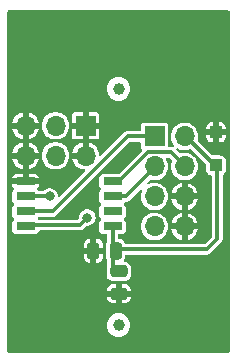
<source format=gbr>
%TF.GenerationSoftware,KiCad,Pcbnew,7.0.7-7.0.7~ubuntu23.04.1*%
%TF.CreationDate,2023-10-04T13:37:16+00:00*%
%TF.ProjectId,FRAM01,4652414d-3031-42e6-9b69-6361645f7063,rev?*%
%TF.SameCoordinates,Original*%
%TF.FileFunction,Copper,L2,Bot*%
%TF.FilePolarity,Positive*%
%FSLAX46Y46*%
G04 Gerber Fmt 4.6, Leading zero omitted, Abs format (unit mm)*
G04 Created by KiCad (PCBNEW 7.0.7-7.0.7~ubuntu23.04.1) date 2023-10-04 13:37:16*
%MOMM*%
%LPD*%
G01*
G04 APERTURE LIST*
G04 Aperture macros list*
%AMRoundRect*
0 Rectangle with rounded corners*
0 $1 Rounding radius*
0 $2 $3 $4 $5 $6 $7 $8 $9 X,Y pos of 4 corners*
0 Add a 4 corners polygon primitive as box body*
4,1,4,$2,$3,$4,$5,$6,$7,$8,$9,$2,$3,0*
0 Add four circle primitives for the rounded corners*
1,1,$1+$1,$2,$3*
1,1,$1+$1,$4,$5*
1,1,$1+$1,$6,$7*
1,1,$1+$1,$8,$9*
0 Add four rect primitives between the rounded corners*
20,1,$1+$1,$2,$3,$4,$5,0*
20,1,$1+$1,$4,$5,$6,$7,0*
20,1,$1+$1,$6,$7,$8,$9,0*
20,1,$1+$1,$8,$9,$2,$3,0*%
G04 Aperture macros list end*
%TA.AperFunction,ComponentPad*%
%ADD10R,1.700000X1.700000*%
%TD*%
%TA.AperFunction,ComponentPad*%
%ADD11O,1.700000X1.700000*%
%TD*%
%TA.AperFunction,ComponentPad*%
%ADD12C,6.000000*%
%TD*%
%TA.AperFunction,SMDPad,CuDef*%
%ADD13R,1.650000X0.650000*%
%TD*%
%TA.AperFunction,SMDPad,CuDef*%
%ADD14RoundRect,0.250000X0.300000X-0.300000X0.300000X0.300000X-0.300000X0.300000X-0.300000X-0.300000X0*%
%TD*%
%TA.AperFunction,SMDPad,CuDef*%
%ADD15RoundRect,0.250000X-0.475000X0.250000X-0.475000X-0.250000X0.475000X-0.250000X0.475000X0.250000X0*%
%TD*%
%TA.AperFunction,SMDPad,CuDef*%
%ADD16C,1.000000*%
%TD*%
%TA.AperFunction,SMDPad,CuDef*%
%ADD17RoundRect,0.250000X0.250000X0.475000X-0.250000X0.475000X-0.250000X-0.475000X0.250000X-0.475000X0*%
%TD*%
%TA.AperFunction,ViaPad*%
%ADD18C,0.800000*%
%TD*%
%TA.AperFunction,Conductor*%
%ADD19C,0.304800*%
%TD*%
%TA.AperFunction,Conductor*%
%ADD20C,0.300000*%
%TD*%
G04 APERTURE END LIST*
D10*
%TO.P,J1,1*%
%TO.N,GND*%
X2286000Y14886000D03*
D11*
%TO.P,J1,2*%
X2286000Y12346000D03*
%TO.P,J1,3*%
%TO.N,+3.3V*%
X-254000Y14886000D03*
%TO.P,J1,4*%
X-254000Y12346000D03*
%TO.P,J1,5*%
%TO.N,GND*%
X-2794000Y14886000D03*
%TO.P,J1,6*%
X-2794000Y12346000D03*
%TD*%
D12*
%TO.P,M4,1*%
%TO.N,GND*%
X10160000Y0D03*
%TD*%
%TO.P,M1,1*%
%TO.N,GND*%
X0Y20320000D03*
%TD*%
%TO.P,M3,1*%
%TO.N,GND*%
X10160000Y20320000D03*
%TD*%
D10*
%TO.P,J2,1*%
%TO.N,MISO*%
X8128000Y13970000D03*
D11*
%TO.P,J2,2*%
%TO.N,+3.3V*%
X10668000Y13970000D03*
%TO.P,J2,3*%
%TO.N,SCK*%
X8128000Y11430000D03*
%TO.P,J2,4*%
%TO.N,MOSI*%
X10668000Y11430000D03*
%TO.P,J2,5*%
%TO.N,~{CS}*%
X8128000Y8890000D03*
%TO.P,J2,6*%
%TO.N,GND*%
X10668000Y8890000D03*
%TO.P,J2,7*%
%TO.N,~{WP}*%
X8128000Y6350000D03*
%TO.P,J2,8*%
%TO.N,GND*%
X10668000Y6350000D03*
%TD*%
D12*
%TO.P,M2,1*%
%TO.N,GND*%
X0Y0D03*
%TD*%
D13*
%TO.P,IC1,1,~{CS}*%
%TO.N,~{CS}*%
X-2778000Y6350000D03*
%TO.P,IC1,2,SO*%
%TO.N,MISO*%
X-2778000Y7620000D03*
%TO.P,IC1,3,~{WP}*%
%TO.N,~{WP}*%
X-2778000Y8890000D03*
%TO.P,IC1,4,VSS*%
%TO.N,GND*%
X-2778000Y10160000D03*
%TO.P,IC1,5,SI*%
%TO.N,MOSI*%
X4572000Y10160000D03*
%TO.P,IC1,6,SCK*%
%TO.N,SCK*%
X4572000Y8890000D03*
%TO.P,IC1,7,DNU*%
%TO.N,unconnected-(IC1-DNU-Pad7)*%
X4572000Y7620000D03*
%TO.P,IC1,8,VDD*%
%TO.N,+3.3V*%
X4572000Y6350000D03*
%TD*%
D14*
%TO.P,D1,1,K*%
%TO.N,+3.3V*%
X13340000Y11520000D03*
%TO.P,D1,2,A*%
%TO.N,GND*%
X13340000Y14320000D03*
%TD*%
D15*
%TO.P,C1,1*%
%TO.N,+3.3V*%
X5100000Y2550000D03*
%TO.P,C1,2*%
%TO.N,GND*%
X5100000Y650000D03*
%TD*%
D16*
%TO.P,FID2,*%
%TO.N,*%
X5080000Y18000000D03*
%TD*%
%TO.P,FID1,*%
%TO.N,*%
X5080000Y-2000000D03*
%TD*%
D17*
%TO.P,C2,1*%
%TO.N,+3.3V*%
X4850000Y4300000D03*
%TO.P,C2,2*%
%TO.N,GND*%
X2950000Y4300000D03*
%TD*%
D18*
%TO.N,~{CS}*%
X2440000Y7101900D03*
%TO.N,~{WP}*%
X-762000Y8890000D03*
%TD*%
D19*
%TO.N,~{CS}*%
X1815100Y6477000D02*
X-3097000Y6477000D01*
X2440000Y7101900D02*
X1815100Y6477000D01*
%TO.N,MISO*%
X-2778000Y7620000D02*
X-508000Y7620000D01*
X-508000Y7620000D02*
X5842000Y13970000D01*
X5842000Y13970000D02*
X8240000Y13970000D01*
%TO.N,~{WP}*%
X-2778000Y8890000D02*
X-762000Y8890000D01*
%TO.N,MOSI*%
X5080000Y10160000D02*
X7552400Y12632400D01*
X9527600Y12632400D02*
X10730000Y11430000D01*
X4572000Y10160000D02*
X5080000Y10160000D01*
X7552400Y12632400D02*
X9527600Y12632400D01*
%TO.N,SCK*%
X5700000Y8890000D02*
X4572000Y8890000D01*
X8240000Y11430000D02*
X5700000Y8890000D01*
D20*
%TO.N,+3.3V*%
X13440000Y11310000D02*
X10780000Y13970000D01*
X4572000Y2661999D02*
X4572000Y6350000D01*
X4991669Y2242330D02*
X4572000Y2661999D01*
X4850000Y4300000D02*
X4970000Y4420000D01*
X12540000Y4420000D02*
X13440000Y5320000D01*
X4970000Y4420000D02*
X12540000Y4420000D01*
X13440000Y5320000D02*
X13440000Y11310000D01*
%TD*%
%TA.AperFunction,Conductor*%
%TO.N,GND*%
G36*
X10121758Y12955035D02*
G01*
X10152981Y12935702D01*
X10351802Y12858679D01*
X10561390Y12819500D01*
X10774610Y12819500D01*
X10984198Y12858679D01*
X11118668Y12910774D01*
X11179758Y12914163D01*
X11224434Y12888462D01*
X12460504Y11652393D01*
X12488281Y11597876D01*
X12489500Y11582389D01*
X12489500Y11176894D01*
X12500123Y11088435D01*
X12555637Y10947661D01*
X12555638Y10947659D01*
X12555639Y10947658D01*
X12647078Y10827078D01*
X12767658Y10735639D01*
X12767659Y10735639D01*
X12767660Y10735638D01*
X12908430Y10680125D01*
X12908432Y10680125D01*
X12908436Y10680123D01*
X12908439Y10680123D01*
X12914590Y10678568D01*
X12913813Y10675497D01*
X12957700Y10655265D01*
X12987597Y10601881D01*
X12989500Y10582566D01*
X12989500Y5547612D01*
X12970593Y5489421D01*
X12960504Y5477608D01*
X12382393Y4899496D01*
X12327876Y4871719D01*
X12312389Y4870500D01*
X5721478Y4870500D01*
X5663287Y4889407D01*
X5629381Y4933181D01*
X5584362Y5047340D01*
X5584361Y5047341D01*
X5584361Y5047342D01*
X5492922Y5167922D01*
X5372342Y5259361D01*
X5372341Y5259362D01*
X5372339Y5259363D01*
X5231565Y5314877D01*
X5143106Y5325500D01*
X5143102Y5325500D01*
X5121500Y5325500D01*
X5063309Y5344407D01*
X5027345Y5393907D01*
X5022500Y5424500D01*
X5022500Y5625501D01*
X5041407Y5683692D01*
X5090907Y5719656D01*
X5121500Y5724501D01*
X5441861Y5724501D01*
X5441864Y5724501D01*
X5466991Y5727415D01*
X5569765Y5772794D01*
X5649206Y5852235D01*
X5694585Y5955009D01*
X5697500Y5980135D01*
X5697499Y6350000D01*
X6972571Y6350000D01*
X6992244Y6137689D01*
X7000555Y6108481D01*
X7050595Y5932611D01*
X7145634Y5741745D01*
X7274128Y5571593D01*
X7274135Y5571587D01*
X7431692Y5427953D01*
X7431699Y5427947D01*
X7523656Y5371010D01*
X7612981Y5315702D01*
X7811802Y5238679D01*
X8021390Y5199500D01*
X8234610Y5199500D01*
X8444198Y5238679D01*
X8643019Y5315702D01*
X8824302Y5427948D01*
X8981872Y5571593D01*
X9110366Y5741745D01*
X9205405Y5932611D01*
X9251894Y6096000D01*
X9544627Y6096000D01*
X9591064Y5932790D01*
X9686057Y5742017D01*
X9686062Y5742008D01*
X9814496Y5571936D01*
X9814506Y5571925D01*
X9971995Y5428353D01*
X9971994Y5428353D01*
X10153206Y5316153D01*
X10351941Y5239162D01*
X10413999Y5227561D01*
X10414000Y5227561D01*
X10414000Y5767126D01*
X10432907Y5825317D01*
X10482407Y5861281D01*
X10527090Y5865118D01*
X10632233Y5850000D01*
X10632237Y5850000D01*
X10703767Y5850000D01*
X10808910Y5865118D01*
X10869199Y5854685D01*
X10911842Y5810808D01*
X10922000Y5767126D01*
X10922000Y5227561D01*
X10984058Y5239162D01*
X11182793Y5316153D01*
X11364004Y5428353D01*
X11521493Y5571925D01*
X11521503Y5571936D01*
X11649937Y5742008D01*
X11649942Y5742017D01*
X11744935Y5932790D01*
X11791373Y6096000D01*
X11246776Y6096000D01*
X11188585Y6114907D01*
X11152621Y6164407D01*
X11151786Y6222892D01*
X11168000Y6278111D01*
X11168000Y6421889D01*
X11151786Y6477110D01*
X11153533Y6538268D01*
X11190896Y6586721D01*
X11246776Y6604000D01*
X11791373Y6604000D01*
X11744935Y6767211D01*
X11649942Y6957984D01*
X11649937Y6957993D01*
X11521503Y7128065D01*
X11521493Y7128076D01*
X11364004Y7271648D01*
X11364005Y7271648D01*
X11182793Y7383848D01*
X10984061Y7460838D01*
X10984055Y7460840D01*
X10922000Y7472440D01*
X10922000Y6932875D01*
X10903093Y6874684D01*
X10853593Y6838720D01*
X10808911Y6834883D01*
X10703768Y6850000D01*
X10703763Y6850000D01*
X10632237Y6850000D01*
X10632232Y6850000D01*
X10527089Y6834883D01*
X10466800Y6845316D01*
X10424157Y6889194D01*
X10414000Y6932875D01*
X10414000Y7472440D01*
X10351944Y7460840D01*
X10351938Y7460838D01*
X10153206Y7383848D01*
X9971995Y7271648D01*
X9814506Y7128076D01*
X9814496Y7128065D01*
X9686062Y6957993D01*
X9686057Y6957984D01*
X9591064Y6767211D01*
X9544627Y6604000D01*
X10089224Y6604000D01*
X10147415Y6585093D01*
X10183379Y6535593D01*
X10184214Y6477108D01*
X10168000Y6421891D01*
X10168000Y6278110D01*
X10184214Y6222892D01*
X10182467Y6161732D01*
X10145104Y6113279D01*
X10089224Y6096000D01*
X9544627Y6096000D01*
X9251894Y6096000D01*
X9263756Y6137690D01*
X9283429Y6350000D01*
X9263756Y6562310D01*
X9205405Y6767389D01*
X9110366Y6958255D01*
X8981872Y7128407D01*
X8927623Y7177861D01*
X8824307Y7272048D01*
X8824300Y7272054D01*
X8643024Y7384295D01*
X8643019Y7384298D01*
X8525486Y7429830D01*
X8444198Y7461321D01*
X8444197Y7461322D01*
X8444195Y7461322D01*
X8234610Y7500500D01*
X8021390Y7500500D01*
X7811804Y7461322D01*
X7612980Y7384298D01*
X7612975Y7384295D01*
X7431699Y7272054D01*
X7431692Y7272048D01*
X7274135Y7128414D01*
X7274131Y7128411D01*
X7274128Y7128407D01*
X7274124Y7128403D01*
X7274125Y7128403D01*
X7145635Y6958257D01*
X7145630Y6958248D01*
X7050596Y6767392D01*
X6992244Y6562312D01*
X6972571Y6350000D01*
X5697499Y6350000D01*
X5697499Y6719864D01*
X5694585Y6744991D01*
X5649206Y6847765D01*
X5581972Y6914999D01*
X5554197Y6969513D01*
X5563768Y7029945D01*
X5581971Y7055001D01*
X5649206Y7122235D01*
X5694585Y7225009D01*
X5697500Y7250135D01*
X5697499Y7989864D01*
X5694585Y8014991D01*
X5649206Y8117765D01*
X5581972Y8184999D01*
X5554197Y8239513D01*
X5563768Y8299945D01*
X5581971Y8325001D01*
X5649206Y8392235D01*
X5649206Y8392237D01*
X5655692Y8398722D01*
X5657191Y8397223D01*
X5696003Y8427102D01*
X5710795Y8431108D01*
X5717122Y8432306D01*
X5717125Y8432305D01*
X5775862Y8443419D01*
X5835003Y8452332D01*
X5835007Y8452335D01*
X5842099Y8454521D01*
X5842228Y8454102D01*
X5844413Y8454821D01*
X5844268Y8455235D01*
X5851266Y8457685D01*
X5851273Y8457686D01*
X5877701Y8471655D01*
X5904130Y8485622D01*
X5958004Y8511566D01*
X5958004Y8511567D01*
X5958010Y8511569D01*
X5958014Y8511574D01*
X5964138Y8515748D01*
X5964385Y8515385D01*
X5966266Y8516720D01*
X5966006Y8517073D01*
X5971976Y8521479D01*
X5971976Y8521480D01*
X5971979Y8521481D01*
X5993119Y8542623D01*
X6014262Y8563764D01*
X6030006Y8578374D01*
X6058091Y8604432D01*
X6058096Y8604442D01*
X6062718Y8610235D01*
X6063059Y8609963D01*
X6071620Y8621124D01*
X6911759Y9461263D01*
X6966274Y9489038D01*
X7026706Y9479467D01*
X7069971Y9436202D01*
X7079542Y9375770D01*
X7070383Y9347131D01*
X7050596Y9307392D01*
X6992244Y9102312D01*
X6972571Y8890000D01*
X6992244Y8677689D01*
X7010960Y8611912D01*
X7050595Y8472611D01*
X7145634Y8281745D01*
X7274128Y8111593D01*
X7274135Y8111587D01*
X7431692Y7967953D01*
X7431699Y7967947D01*
X7535389Y7903745D01*
X7612981Y7855702D01*
X7811802Y7778679D01*
X8021390Y7739500D01*
X8234610Y7739500D01*
X8444198Y7778679D01*
X8643019Y7855702D01*
X8824302Y7967948D01*
X8981872Y8111593D01*
X9110366Y8281745D01*
X9205405Y8472611D01*
X9251894Y8636000D01*
X9544627Y8636000D01*
X9591064Y8472790D01*
X9686057Y8282017D01*
X9686062Y8282008D01*
X9814496Y8111936D01*
X9814506Y8111925D01*
X9971995Y7968353D01*
X9971994Y7968353D01*
X10153206Y7856153D01*
X10351941Y7779162D01*
X10413999Y7767561D01*
X10414000Y7767561D01*
X10414000Y8307126D01*
X10432907Y8365317D01*
X10482407Y8401281D01*
X10527090Y8405118D01*
X10632233Y8390000D01*
X10632237Y8390000D01*
X10703767Y8390000D01*
X10808910Y8405118D01*
X10869199Y8394685D01*
X10911842Y8350808D01*
X10922000Y8307126D01*
X10922000Y7767561D01*
X10984058Y7779162D01*
X11182793Y7856153D01*
X11364004Y7968353D01*
X11521493Y8111925D01*
X11521503Y8111936D01*
X11649937Y8282008D01*
X11649942Y8282017D01*
X11744935Y8472790D01*
X11791373Y8636000D01*
X11246776Y8636000D01*
X11188585Y8654907D01*
X11152621Y8704407D01*
X11151786Y8762892D01*
X11168000Y8818111D01*
X11168000Y8961889D01*
X11151786Y9017110D01*
X11153533Y9078268D01*
X11190896Y9126721D01*
X11246776Y9144000D01*
X11791373Y9144000D01*
X11744935Y9307211D01*
X11649942Y9497984D01*
X11649937Y9497993D01*
X11521503Y9668065D01*
X11521493Y9668076D01*
X11364004Y9811648D01*
X11364005Y9811648D01*
X11182793Y9923848D01*
X10984061Y10000838D01*
X10984055Y10000840D01*
X10922000Y10012440D01*
X10922000Y9472875D01*
X10903093Y9414684D01*
X10853593Y9378720D01*
X10808911Y9374883D01*
X10703768Y9390000D01*
X10703763Y9390000D01*
X10632237Y9390000D01*
X10632232Y9390000D01*
X10527089Y9374883D01*
X10466800Y9385316D01*
X10424157Y9429194D01*
X10414000Y9472875D01*
X10414000Y10012440D01*
X10351944Y10000840D01*
X10351938Y10000838D01*
X10153206Y9923848D01*
X9971995Y9811648D01*
X9814506Y9668076D01*
X9814496Y9668065D01*
X9686062Y9497993D01*
X9686057Y9497984D01*
X9591064Y9307211D01*
X9544627Y9144000D01*
X10089224Y9144000D01*
X10147415Y9125093D01*
X10183379Y9075593D01*
X10184214Y9017108D01*
X10168000Y8961891D01*
X10168000Y8818110D01*
X10184214Y8762892D01*
X10182467Y8701732D01*
X10145104Y8653279D01*
X10089224Y8636000D01*
X9544627Y8636000D01*
X9251894Y8636000D01*
X9263756Y8677690D01*
X9283429Y8890000D01*
X9263756Y9102310D01*
X9205405Y9307389D01*
X9110366Y9498255D01*
X8981872Y9668407D01*
X8925523Y9719776D01*
X8824307Y9812048D01*
X8824300Y9812054D01*
X8643024Y9924295D01*
X8643019Y9924298D01*
X8517350Y9972982D01*
X8444198Y10001321D01*
X8444197Y10001322D01*
X8444195Y10001322D01*
X8234610Y10040500D01*
X8021390Y10040500D01*
X7811802Y10001322D01*
X7661787Y9943206D01*
X7600696Y9939816D01*
X7549279Y9972982D01*
X7527177Y10030036D01*
X7542831Y10089185D01*
X7556016Y10105520D01*
X7738992Y10288496D01*
X7793507Y10316271D01*
X7827181Y10315805D01*
X8021390Y10279500D01*
X8021391Y10279500D01*
X8234610Y10279500D01*
X8444198Y10318679D01*
X8643019Y10395702D01*
X8824302Y10507948D01*
X8981872Y10651593D01*
X9110366Y10821745D01*
X9205405Y11012611D01*
X9263756Y11217690D01*
X9283429Y11430000D01*
X9263756Y11642310D01*
X9205405Y11847389D01*
X9111304Y12036372D01*
X9102291Y12096890D01*
X9130572Y12151148D01*
X9185343Y12178420D01*
X9199925Y12179500D01*
X9298994Y12179500D01*
X9357185Y12160593D01*
X9368998Y12150504D01*
X9567743Y11951759D01*
X9595520Y11897242D01*
X9590708Y11852116D01*
X9591848Y11851791D01*
X9532244Y11642312D01*
X9512571Y11430000D01*
X9532244Y11217689D01*
X9543852Y11176894D01*
X9575288Y11066407D01*
X9590596Y11012609D01*
X9682979Y10827076D01*
X9685634Y10821745D01*
X9814128Y10651593D01*
X9814135Y10651587D01*
X9971692Y10507953D01*
X9971699Y10507947D01*
X10075389Y10443745D01*
X10152981Y10395702D01*
X10351802Y10318679D01*
X10561390Y10279500D01*
X10774610Y10279500D01*
X10984198Y10318679D01*
X11183019Y10395702D01*
X11364302Y10507948D01*
X11521872Y10651593D01*
X11650366Y10821745D01*
X11745405Y11012611D01*
X11803756Y11217690D01*
X11823429Y11430000D01*
X11803756Y11642310D01*
X11745405Y11847389D01*
X11650366Y12038255D01*
X11521872Y12208407D01*
X11449798Y12274112D01*
X11364307Y12352048D01*
X11364300Y12352054D01*
X11183024Y12464295D01*
X11183019Y12464298D01*
X11160278Y12473108D01*
X10984198Y12541321D01*
X10984197Y12541322D01*
X10984195Y12541322D01*
X10774610Y12580500D01*
X10561390Y12580500D01*
X10351810Y12541323D01*
X10351805Y12541322D01*
X10351802Y12541321D01*
X10351798Y12541320D01*
X10351793Y12541318D01*
X10345181Y12538757D01*
X10284089Y12535374D01*
X10239425Y12561072D01*
X9999638Y12800859D01*
X9971861Y12855376D01*
X9981432Y12915808D01*
X10024697Y12959073D01*
X10085129Y12968644D01*
X10121758Y12955035D01*
G37*
%TD.AperFunction*%
%TA.AperFunction,Conductor*%
G36*
X14444691Y24626593D02*
G01*
X14480655Y24577093D01*
X14485500Y24546500D01*
X14485500Y-4226500D01*
X14466593Y-4284691D01*
X14417093Y-4320655D01*
X14386500Y-4325500D01*
X-4226500Y-4325500D01*
X-4284691Y-4306593D01*
X-4320655Y-4257093D01*
X-4325500Y-4226500D01*
X-4325500Y-2000003D01*
X4074659Y-2000003D01*
X4093974Y-2196126D01*
X4093975Y-2196129D01*
X4151187Y-2384730D01*
X4151188Y-2384732D01*
X4222218Y-2517618D01*
X4244090Y-2558538D01*
X4244092Y-2558540D01*
X4244093Y-2558542D01*
X4369112Y-2710878D01*
X4369121Y-2710887D01*
X4521457Y-2835906D01*
X4521462Y-2835910D01*
X4695273Y-2928814D01*
X4883868Y-2986024D01*
X4883870Y-2986024D01*
X4883873Y-2986025D01*
X5079997Y-3005341D01*
X5080000Y-3005341D01*
X5080003Y-3005341D01*
X5276126Y-2986025D01*
X5276127Y-2986024D01*
X5276132Y-2986024D01*
X5464727Y-2928814D01*
X5638538Y-2835910D01*
X5790883Y-2710883D01*
X5915910Y-2558538D01*
X6008814Y-2384727D01*
X6066024Y-2196132D01*
X6085341Y-2000000D01*
X6085341Y-1999996D01*
X6066025Y-1803873D01*
X6066024Y-1803870D01*
X6066024Y-1803868D01*
X6008814Y-1615273D01*
X5915910Y-1441462D01*
X5915906Y-1441457D01*
X5790887Y-1289121D01*
X5790878Y-1289112D01*
X5638542Y-1164093D01*
X5638540Y-1164092D01*
X5638538Y-1164090D01*
X5597618Y-1142218D01*
X5464732Y-1071188D01*
X5464730Y-1071187D01*
X5276129Y-1013975D01*
X5276126Y-1013974D01*
X5080003Y-994659D01*
X5079997Y-994659D01*
X4883873Y-1013974D01*
X4883870Y-1013975D01*
X4695269Y-1071187D01*
X4695267Y-1071188D01*
X4521467Y-1164087D01*
X4521457Y-1164093D01*
X4369121Y-1289112D01*
X4369112Y-1289121D01*
X4244093Y-1441457D01*
X4244087Y-1441467D01*
X4151188Y-1615267D01*
X4151187Y-1615269D01*
X4093975Y-1803870D01*
X4093974Y-1803873D01*
X4074659Y-1999996D01*
X4074659Y-2000003D01*
X-4325500Y-2000003D01*
X-4325500Y356936D01*
X4075000Y356936D01*
X4085613Y268557D01*
X4141080Y127905D01*
X4232435Y7436D01*
X4352904Y-83919D01*
X4493556Y-139386D01*
X4581935Y-149999D01*
X4581942Y-150000D01*
X4845999Y-150000D01*
X4846000Y-149999D01*
X5354000Y-149999D01*
X5354001Y-150000D01*
X5618058Y-150000D01*
X5618064Y-149999D01*
X5706443Y-139386D01*
X5847095Y-83919D01*
X5967564Y7436D01*
X6058919Y127905D01*
X6114386Y268557D01*
X6124999Y356936D01*
X6125000Y356942D01*
X6125000Y395999D01*
X6124999Y396000D01*
X5354001Y396000D01*
X5354000Y395999D01*
X5354000Y-149999D01*
X4846000Y-149999D01*
X4846000Y395999D01*
X4845999Y396000D01*
X4075001Y396000D01*
X4075000Y395999D01*
X4075000Y356936D01*
X-4325500Y356936D01*
X-4325500Y904001D01*
X4075000Y904001D01*
X4075001Y904000D01*
X4845999Y904000D01*
X4846000Y904001D01*
X4846000Y1450000D01*
X5354000Y1450000D01*
X5354000Y904001D01*
X5354001Y904000D01*
X6124999Y904000D01*
X6125000Y904001D01*
X6125000Y943059D01*
X6124999Y943065D01*
X6114386Y1031444D01*
X6058919Y1172096D01*
X5967564Y1292565D01*
X5847095Y1383920D01*
X5706443Y1439387D01*
X5618064Y1450000D01*
X5354000Y1450000D01*
X4846000Y1450000D01*
X4581935Y1450000D01*
X4493556Y1439387D01*
X4352904Y1383920D01*
X4232435Y1292565D01*
X4141080Y1172096D01*
X4085613Y1031444D01*
X4075000Y943065D01*
X4075000Y904001D01*
X-4325500Y904001D01*
X-4325500Y3781936D01*
X2150000Y3781936D01*
X2160613Y3693557D01*
X2216080Y3552905D01*
X2307435Y3432436D01*
X2427904Y3341081D01*
X2568556Y3285614D01*
X2656935Y3275001D01*
X2656942Y3275000D01*
X2695999Y3275000D01*
X2696000Y3275001D01*
X3204000Y3275001D01*
X3204001Y3275000D01*
X3243058Y3275000D01*
X3243064Y3275001D01*
X3331443Y3285614D01*
X3472095Y3341081D01*
X3592564Y3432436D01*
X3683919Y3552905D01*
X3739386Y3693557D01*
X3749999Y3781936D01*
X3750000Y3781942D01*
X3750000Y4046000D01*
X3204001Y4046000D01*
X3204000Y4045999D01*
X3204000Y3275001D01*
X2696000Y3275001D01*
X2696000Y3275002D01*
X2696000Y4045999D01*
X2695999Y4046000D01*
X2150001Y4046000D01*
X2150000Y4045999D01*
X2150000Y3781936D01*
X-4325500Y3781936D01*
X-4325500Y4554002D01*
X2150000Y4554002D01*
X2150001Y4554000D01*
X2695999Y4554000D01*
X2696000Y4554001D01*
X3204000Y4554001D01*
X3204001Y4554000D01*
X3749999Y4554000D01*
X3750000Y4554001D01*
X3750000Y4818059D01*
X3749999Y4818065D01*
X3739386Y4906444D01*
X3683919Y5047096D01*
X3592564Y5167565D01*
X3472095Y5258920D01*
X3331443Y5314387D01*
X3243064Y5325000D01*
X3204001Y5325000D01*
X3204000Y5324999D01*
X3204000Y4554001D01*
X2696000Y4554001D01*
X2696000Y5324999D01*
X2695999Y5325000D01*
X2656935Y5325000D01*
X2568556Y5314387D01*
X2427904Y5258920D01*
X2307435Y5167565D01*
X2216080Y5047096D01*
X2160613Y4906444D01*
X2150000Y4818065D01*
X2150000Y4554002D01*
X-4325500Y4554002D01*
X-4325500Y5980140D01*
X-3903500Y5980140D01*
X-3903499Y5980137D01*
X-3900586Y5955010D01*
X-3887356Y5925048D01*
X-3855206Y5852235D01*
X-3775765Y5772794D01*
X-3672991Y5727415D01*
X-3647865Y5724500D01*
X-1908136Y5724501D01*
X-1883009Y5727415D01*
X-1780235Y5772794D01*
X-1700794Y5852235D01*
X-1655415Y5955009D01*
X-1655415Y5955012D01*
X-1652408Y5961821D01*
X-1650118Y5960810D01*
X-1622958Y6002279D01*
X-1565751Y6023984D01*
X-1560954Y6024100D01*
X1786882Y6024100D01*
X1792428Y6023789D01*
X1832225Y6019305D01*
X1890962Y6030419D01*
X1950103Y6039332D01*
X1950107Y6039335D01*
X1957199Y6041521D01*
X1957328Y6041102D01*
X1959513Y6041821D01*
X1959368Y6042235D01*
X1966366Y6044685D01*
X1966373Y6044686D01*
X1992801Y6058655D01*
X2019230Y6072622D01*
X2073104Y6098566D01*
X2073104Y6098567D01*
X2073110Y6098569D01*
X2073114Y6098574D01*
X2079238Y6102748D01*
X2079485Y6102385D01*
X2081366Y6103720D01*
X2081106Y6104073D01*
X2087076Y6108479D01*
X2087076Y6108480D01*
X2087079Y6108481D01*
X2108219Y6129623D01*
X2129362Y6150764D01*
X2173189Y6191430D01*
X2177815Y6197231D01*
X2178156Y6196959D01*
X2186723Y6208127D01*
X2351001Y6372404D01*
X2405519Y6400181D01*
X2421005Y6401400D01*
X2525053Y6401400D01*
X2525056Y6401400D01*
X2690225Y6442110D01*
X2840852Y6521166D01*
X2968183Y6633971D01*
X3064818Y6773970D01*
X3125140Y6933028D01*
X3145645Y7101900D01*
X3143175Y7122238D01*
X3136961Y7173419D01*
X3125140Y7270772D01*
X3064818Y7429830D01*
X2968183Y7569829D01*
X2840852Y7682634D01*
X2690225Y7761690D01*
X2690224Y7761691D01*
X2690223Y7761691D01*
X2525058Y7802400D01*
X2525056Y7802400D01*
X2354944Y7802400D01*
X2354941Y7802400D01*
X2189776Y7761691D01*
X2039146Y7682633D01*
X1911818Y7569831D01*
X1911816Y7569828D01*
X1836919Y7461321D01*
X1815182Y7429830D01*
X1755193Y7271648D01*
X1754860Y7270771D01*
X1734355Y7101903D01*
X1735599Y7091656D01*
X1723841Y7031611D01*
X1707324Y7009723D01*
X1656499Y6958897D01*
X1601983Y6931119D01*
X1586495Y6929900D01*
X-1654122Y6929900D01*
X-1712313Y6948807D01*
X-1748277Y6998307D01*
X-1748277Y7059493D01*
X-1724128Y7098902D01*
X-1700794Y7122235D01*
X-1700793Y7122240D01*
X-1699551Y7124050D01*
X-1697072Y7125959D01*
X-1694308Y7128722D01*
X-1693949Y7128363D01*
X-1651066Y7161371D01*
X-1617877Y7167100D01*
X-536218Y7167100D01*
X-530672Y7166789D01*
X-490875Y7162305D01*
X-432138Y7173419D01*
X-372997Y7182332D01*
X-372993Y7182335D01*
X-365901Y7184521D01*
X-365772Y7184102D01*
X-363587Y7184821D01*
X-363732Y7185235D01*
X-356734Y7187685D01*
X-356727Y7187686D01*
X-330299Y7201655D01*
X-303870Y7215622D01*
X-249996Y7241566D01*
X-249996Y7241567D01*
X-249990Y7241569D01*
X-249986Y7241574D01*
X-243862Y7245748D01*
X-243615Y7245385D01*
X-241734Y7246720D01*
X-241994Y7247073D01*
X-236024Y7251479D01*
X-236024Y7251480D01*
X-236021Y7251481D01*
X-214881Y7272623D01*
X-193738Y7293764D01*
X-177994Y7308374D01*
X-149909Y7334432D01*
X-149904Y7334442D01*
X-145282Y7340235D01*
X-144941Y7339963D01*
X-136380Y7351124D01*
X6000601Y13488105D01*
X6055118Y13515881D01*
X6070605Y13517100D01*
X6878501Y13517100D01*
X6936692Y13498193D01*
X6972656Y13448693D01*
X6977501Y13418100D01*
X6977501Y13075137D01*
X6980414Y13050010D01*
X7001689Y13001827D01*
X7025794Y12947235D01*
X7044154Y12928875D01*
X7056262Y12916767D01*
X7084038Y12862250D01*
X7074466Y12801818D01*
X7056261Y12776760D01*
X5093997Y10814496D01*
X5039480Y10786719D01*
X5023993Y10785500D01*
X3702139Y10785500D01*
X3702136Y10785499D01*
X3677009Y10782586D01*
X3574235Y10737206D01*
X3494794Y10657765D01*
X3449414Y10554989D01*
X3446500Y10529870D01*
X3446500Y9790140D01*
X3446501Y9790137D01*
X3449414Y9765010D01*
X3469387Y9719776D01*
X3494794Y9662235D01*
X3562027Y9595002D01*
X3589803Y9540487D01*
X3580232Y9480055D01*
X3562028Y9455000D01*
X3521713Y9414684D01*
X3494794Y9387765D01*
X3449414Y9284989D01*
X3446500Y9259870D01*
X3446500Y8520140D01*
X3446501Y8520137D01*
X3449414Y8495010D01*
X3466603Y8456081D01*
X3494794Y8392235D01*
X3562027Y8325002D01*
X3589803Y8270487D01*
X3580232Y8210055D01*
X3562028Y8185000D01*
X3494794Y8117766D01*
X3494794Y8117765D01*
X3449414Y8014989D01*
X3446500Y7989870D01*
X3446500Y7250140D01*
X3446501Y7250137D01*
X3449414Y7225010D01*
X3477101Y7162306D01*
X3494794Y7122235D01*
X3562026Y7055003D01*
X3589803Y7000489D01*
X3580232Y6940057D01*
X3562026Y6914998D01*
X3494795Y6847767D01*
X3494794Y6847766D01*
X3494794Y6847765D01*
X3472104Y6796378D01*
X3449414Y6744989D01*
X3446500Y6719870D01*
X3446500Y5980140D01*
X3446501Y5980137D01*
X3449414Y5955010D01*
X3462644Y5925048D01*
X3494794Y5852235D01*
X3574235Y5772794D01*
X3677009Y5727415D01*
X3702135Y5724500D01*
X4022500Y5724501D01*
X4080690Y5705594D01*
X4116655Y5656094D01*
X4121500Y5625501D01*
X4121500Y5081019D01*
X4114597Y5044700D01*
X4060123Y4906566D01*
X4049500Y4818107D01*
X4049500Y4818103D01*
X4049500Y4818102D01*
X4049500Y3781898D01*
X4060123Y3693436D01*
X4114598Y3555299D01*
X4121500Y3518980D01*
X4121500Y3042626D01*
X4114598Y3006308D01*
X4085123Y2931564D01*
X4074500Y2843107D01*
X4074500Y2256894D01*
X4085123Y2168435D01*
X4140637Y2027661D01*
X4140638Y2027659D01*
X4140639Y2027658D01*
X4232078Y1907078D01*
X4352658Y1815639D01*
X4352659Y1815639D01*
X4352660Y1815638D01*
X4423046Y1787881D01*
X4493436Y1760123D01*
X4581898Y1749500D01*
X4581900Y1749500D01*
X5618100Y1749500D01*
X5618102Y1749500D01*
X5706564Y1760123D01*
X5847342Y1815639D01*
X5967922Y1907078D01*
X6059361Y2027658D01*
X6114877Y2168436D01*
X6125500Y2256898D01*
X6125500Y2843102D01*
X6114877Y2931564D01*
X6059361Y3072342D01*
X5967922Y3192922D01*
X5847342Y3284361D01*
X5847341Y3284362D01*
X5847339Y3284363D01*
X5706565Y3339877D01*
X5618045Y3350507D01*
X5562524Y3376218D01*
X5532718Y3429653D01*
X5540014Y3490402D01*
X5550963Y3508618D01*
X5584361Y3552658D01*
X5639877Y3693436D01*
X5650500Y3781898D01*
X5650500Y3870501D01*
X5669407Y3928691D01*
X5718907Y3964655D01*
X5749500Y3969500D01*
X12511913Y3969500D01*
X12517459Y3969189D01*
X12557035Y3964730D01*
X12615479Y3975789D01*
X12674287Y3984652D01*
X12674294Y3984656D01*
X12681381Y3986841D01*
X12681512Y3986416D01*
X12683613Y3987108D01*
X12683467Y3987527D01*
X12690464Y3989976D01*
X12690472Y3989977D01*
X12704322Y3997298D01*
X12743072Y4017777D01*
X12769856Y4030677D01*
X12796642Y4043575D01*
X12796646Y4043579D01*
X12802778Y4047758D01*
X12803028Y4047391D01*
X12804832Y4048671D01*
X12804568Y4049029D01*
X12810529Y4053430D01*
X12810538Y4053434D01*
X12852599Y4095496D01*
X12896194Y4135945D01*
X12896198Y4135953D01*
X12900820Y4141747D01*
X12901166Y4141471D01*
X12909703Y4152601D01*
X13738699Y4981598D01*
X13742830Y4985290D01*
X13773970Y5010121D01*
X13807480Y5059272D01*
X13842793Y5107118D01*
X13842796Y5107127D01*
X13846263Y5113684D01*
X13846655Y5113477D01*
X13847653Y5115453D01*
X13847254Y5115645D01*
X13850473Y5122329D01*
X13868006Y5179172D01*
X13875119Y5199500D01*
X13887646Y5235300D01*
X13887646Y5235307D01*
X13889026Y5242593D01*
X13889460Y5242511D01*
X13889831Y5244693D01*
X13889394Y5244758D01*
X13890500Y5252096D01*
X13890500Y5311573D01*
X13890654Y5315702D01*
X13892724Y5371010D01*
X13892722Y5371018D01*
X13891893Y5378382D01*
X13892331Y5378432D01*
X13890500Y5392343D01*
X13890500Y10669904D01*
X13909407Y10728095D01*
X13929681Y10748788D01*
X14032922Y10827078D01*
X14124361Y10947658D01*
X14179877Y11088436D01*
X14190500Y11176898D01*
X14190500Y11863102D01*
X14179877Y11951564D01*
X14145690Y12038255D01*
X14124362Y12092340D01*
X14124361Y12092341D01*
X14124361Y12092342D01*
X14032922Y12212922D01*
X13912342Y12304361D01*
X13912341Y12304362D01*
X13912339Y12304363D01*
X13771565Y12359877D01*
X13683106Y12370500D01*
X13683102Y12370500D01*
X13057612Y12370500D01*
X12999421Y12389407D01*
X12987608Y12399496D01*
X11806276Y13580828D01*
X11778499Y13635345D01*
X11781060Y13677926D01*
X11803754Y13757683D01*
X11803755Y13757688D01*
X11803756Y13757690D01*
X11823429Y13970000D01*
X11814533Y14066000D01*
X12490000Y14066000D01*
X12490000Y13976936D01*
X12500613Y13888557D01*
X12556080Y13747905D01*
X12647435Y13627436D01*
X12767904Y13536081D01*
X12908556Y13480614D01*
X12996935Y13470001D01*
X12996942Y13470000D01*
X13085999Y13470000D01*
X13086000Y13470001D01*
X13086000Y13470002D01*
X13594000Y13470002D01*
X13594001Y13470000D01*
X13683058Y13470000D01*
X13683064Y13470001D01*
X13771443Y13480614D01*
X13912095Y13536081D01*
X14032564Y13627436D01*
X14123919Y13747905D01*
X14179386Y13888557D01*
X14189999Y13976936D01*
X14190000Y13976942D01*
X14190000Y14065999D01*
X14189999Y14066000D01*
X13594001Y14066000D01*
X13594000Y14065999D01*
X13594000Y13470002D01*
X13086000Y13470002D01*
X13086000Y14065999D01*
X13085999Y14066000D01*
X12490000Y14066000D01*
X11814533Y14066000D01*
X11803756Y14182310D01*
X11745405Y14387389D01*
X11652484Y14574001D01*
X12490000Y14574001D01*
X12490001Y14574000D01*
X13085999Y14574000D01*
X13086000Y14574001D01*
X13594000Y14574001D01*
X13594001Y14574000D01*
X14189999Y14574000D01*
X14190000Y14574002D01*
X14190000Y14663059D01*
X14189999Y14663065D01*
X14179386Y14751444D01*
X14123919Y14892096D01*
X14032564Y15012565D01*
X13912095Y15103920D01*
X13771443Y15159387D01*
X13683064Y15170000D01*
X13594001Y15170000D01*
X13594000Y15169999D01*
X13594000Y14574001D01*
X13086000Y14574001D01*
X13086000Y15169999D01*
X13085999Y15170000D01*
X12996935Y15170000D01*
X12908556Y15159387D01*
X12767904Y15103920D01*
X12647435Y15012565D01*
X12556080Y14892096D01*
X12500613Y14751444D01*
X12490000Y14663065D01*
X12490000Y14574001D01*
X11652484Y14574001D01*
X11650366Y14578255D01*
X11521872Y14748407D01*
X11370940Y14886001D01*
X11364307Y14892048D01*
X11364300Y14892054D01*
X11183024Y15004295D01*
X11183019Y15004298D01*
X11009309Y15071593D01*
X10984198Y15081321D01*
X10984197Y15081322D01*
X10984195Y15081322D01*
X10774610Y15120500D01*
X10561390Y15120500D01*
X10351804Y15081322D01*
X10152980Y15004298D01*
X10152975Y15004295D01*
X9971699Y14892054D01*
X9971692Y14892048D01*
X9814135Y14748414D01*
X9814131Y14748411D01*
X9814128Y14748407D01*
X9814124Y14748403D01*
X9814125Y14748403D01*
X9685635Y14578257D01*
X9685630Y14578248D01*
X9590596Y14387392D01*
X9532244Y14182312D01*
X9512571Y13970000D01*
X9532244Y13757689D01*
X9554939Y13677926D01*
X9590595Y13552611D01*
X9685634Y13361745D01*
X9685639Y13361738D01*
X9685640Y13361737D01*
X9800329Y13209865D01*
X9820309Y13152034D01*
X9802481Y13093504D01*
X9753654Y13056631D01*
X9692479Y13055500D01*
X9692148Y13055602D01*
X9669215Y13062675D01*
X9633599Y13075137D01*
X9612751Y13082432D01*
X9612746Y13082433D01*
X9605466Y13083810D01*
X9605546Y13084236D01*
X9603263Y13084624D01*
X9603199Y13084195D01*
X9595865Y13085300D01*
X9595864Y13085300D01*
X9536088Y13085300D01*
X9476318Y13087536D01*
X9476317Y13087536D01*
X9468944Y13086705D01*
X9468895Y13087138D01*
X9454939Y13085300D01*
X9377500Y13085300D01*
X9319309Y13104207D01*
X9283345Y13153707D01*
X9278500Y13184300D01*
X9278499Y14864861D01*
X9278499Y14864864D01*
X9275585Y14889991D01*
X9230206Y14992765D01*
X9150765Y15072206D01*
X9047991Y15117585D01*
X9047990Y15117586D01*
X9047988Y15117586D01*
X9022868Y15120500D01*
X7233139Y15120500D01*
X7233136Y15120499D01*
X7208009Y15117586D01*
X7105235Y15072206D01*
X7025794Y14992765D01*
X6980414Y14889989D01*
X6977500Y14864870D01*
X6977500Y14521900D01*
X6958593Y14463709D01*
X6909093Y14427745D01*
X6878500Y14422900D01*
X5870217Y14422900D01*
X5864671Y14423211D01*
X5824874Y14427695D01*
X5824870Y14427695D01*
X5766134Y14416582D01*
X5706998Y14407669D01*
X5699913Y14405483D01*
X5699785Y14405897D01*
X5697583Y14405173D01*
X5697727Y14404764D01*
X5690729Y14402316D01*
X5637869Y14374378D01*
X5583993Y14348433D01*
X5577866Y14344255D01*
X5577621Y14344613D01*
X5575734Y14343274D01*
X5575991Y14342926D01*
X5570021Y14338520D01*
X5527736Y14296236D01*
X5483910Y14255570D01*
X5479286Y14249771D01*
X5478946Y14250042D01*
X5470378Y14238878D01*
X3601631Y12370132D01*
X3547114Y12342355D01*
X3486682Y12351926D01*
X3443417Y12395191D01*
X3433049Y12431002D01*
X3421261Y12558217D01*
X3362935Y12763211D01*
X3267942Y12953984D01*
X3267937Y12953993D01*
X3139503Y13124065D01*
X3139493Y13124076D01*
X2982004Y13267648D01*
X2982005Y13267648D01*
X2800793Y13379848D01*
X2602061Y13456838D01*
X2602055Y13456840D01*
X2540000Y13468440D01*
X2540000Y12928875D01*
X2521093Y12870684D01*
X2471593Y12834720D01*
X2426911Y12830883D01*
X2321768Y12846000D01*
X2321763Y12846000D01*
X2250237Y12846000D01*
X2250232Y12846000D01*
X2145089Y12830883D01*
X2084800Y12841316D01*
X2042157Y12885194D01*
X2032000Y12928875D01*
X2032000Y13468440D01*
X1969944Y13456840D01*
X1969938Y13456838D01*
X1771206Y13379848D01*
X1589995Y13267648D01*
X1432506Y13124076D01*
X1432496Y13124065D01*
X1304062Y12953993D01*
X1304057Y12953984D01*
X1209064Y12763211D01*
X1162627Y12600000D01*
X1707224Y12600000D01*
X1765415Y12581093D01*
X1801379Y12531593D01*
X1802214Y12473108D01*
X1786000Y12417891D01*
X1786000Y12274110D01*
X1802214Y12218892D01*
X1800467Y12157732D01*
X1763104Y12109279D01*
X1707224Y12092000D01*
X1162627Y12092000D01*
X1209064Y11928790D01*
X1304057Y11738017D01*
X1304062Y11738008D01*
X1432496Y11567936D01*
X1432506Y11567925D01*
X1589995Y11424353D01*
X1589994Y11424353D01*
X1771206Y11312153D01*
X1969941Y11235162D01*
X2179437Y11196000D01*
X2188493Y11196000D01*
X2246684Y11177093D01*
X2282648Y11127593D01*
X2282648Y11066407D01*
X2258497Y11026996D01*
X106676Y8875175D01*
X52159Y8847398D01*
X-8273Y8856969D01*
X-51538Y8900234D01*
X-61606Y8933246D01*
X-65084Y8961891D01*
X-76860Y9058872D01*
X-137182Y9217930D01*
X-233817Y9357929D01*
X-244956Y9367797D01*
X-361147Y9470733D01*
X-361148Y9470734D01*
X-511775Y9549790D01*
X-511776Y9549791D01*
X-511777Y9549791D01*
X-676942Y9590500D01*
X-676944Y9590500D01*
X-847056Y9590500D01*
X-847059Y9590500D01*
X-1012224Y9549791D01*
X-1162854Y9470733D01*
X-1226120Y9414684D01*
X-1270044Y9375770D01*
X-1279044Y9367797D01*
X-1335138Y9343362D01*
X-1344693Y9342900D01*
X-1617877Y9342900D01*
X-1676068Y9361807D01*
X-1699551Y9385950D01*
X-1700793Y9387763D01*
X-1700794Y9387764D01*
X-1700794Y9387765D01*
X-1768381Y9455352D01*
X-1796156Y9509866D01*
X-1786585Y9570298D01*
X-1768379Y9595357D01*
X-1701214Y9662523D01*
X-1655910Y9765128D01*
X-1653001Y9790203D01*
X-1653000Y9790205D01*
X-1653000Y9905999D01*
X-1653001Y9906000D01*
X-3902999Y9906000D01*
X-3902999Y9790209D01*
X-3900091Y9765126D01*
X-3854787Y9662523D01*
X-3787621Y9595357D01*
X-3759844Y9540840D01*
X-3769415Y9480408D01*
X-3787619Y9455353D01*
X-3828287Y9414684D01*
X-3855206Y9387765D01*
X-3900586Y9284989D01*
X-3903500Y9259870D01*
X-3903500Y8520140D01*
X-3903499Y8520137D01*
X-3900586Y8495010D01*
X-3883397Y8456081D01*
X-3855206Y8392235D01*
X-3787973Y8325002D01*
X-3760197Y8270487D01*
X-3769768Y8210055D01*
X-3787972Y8185000D01*
X-3855206Y8117765D01*
X-3900586Y8014989D01*
X-3903500Y7989870D01*
X-3903500Y7250140D01*
X-3903499Y7250137D01*
X-3900586Y7225010D01*
X-3872899Y7162306D01*
X-3855206Y7122235D01*
X-3787974Y7055003D01*
X-3760197Y7000489D01*
X-3769768Y6940057D01*
X-3787974Y6914998D01*
X-3855205Y6847767D01*
X-3855206Y6847766D01*
X-3855206Y6847765D01*
X-3877896Y6796379D01*
X-3900586Y6744989D01*
X-3903500Y6719870D01*
X-3903500Y5980140D01*
X-4325500Y5980140D01*
X-4325500Y10414001D01*
X-3903001Y10414001D01*
X-3902999Y10414000D01*
X-3032001Y10414000D01*
X-3032001Y10785000D01*
X-2524000Y10785000D01*
X-2524000Y10414001D01*
X-2523999Y10414000D01*
X-1653002Y10414000D01*
X-1653001Y10414001D01*
X-1653001Y10529791D01*
X-1653002Y10529792D01*
X-1655910Y10554875D01*
X-1701214Y10657478D01*
X-1780523Y10736787D01*
X-1883128Y10782091D01*
X-1908203Y10785000D01*
X-2524000Y10785000D01*
X-3032001Y10785000D01*
X-3647790Y10785000D01*
X-3647793Y10784999D01*
X-3672875Y10782091D01*
X-3775478Y10736787D01*
X-3854787Y10657478D01*
X-3900091Y10554873D01*
X-3903000Y10529798D01*
X-3903000Y10529796D01*
X-3903001Y10414001D01*
X-4325500Y10414001D01*
X-4325500Y12092000D01*
X-3917373Y12092000D01*
X-3870936Y11928790D01*
X-3775943Y11738017D01*
X-3775938Y11738008D01*
X-3647504Y11567936D01*
X-3647494Y11567925D01*
X-3490005Y11424353D01*
X-3490006Y11424353D01*
X-3308794Y11312153D01*
X-3110059Y11235162D01*
X-3048001Y11223561D01*
X-3048000Y11223561D01*
X-3048000Y11763126D01*
X-3029093Y11821317D01*
X-2979593Y11857281D01*
X-2934910Y11861118D01*
X-2829767Y11846000D01*
X-2829763Y11846000D01*
X-2758233Y11846000D01*
X-2653090Y11861118D01*
X-2592801Y11850685D01*
X-2550158Y11806808D01*
X-2540000Y11763126D01*
X-2540000Y11223561D01*
X-2477942Y11235162D01*
X-2279207Y11312153D01*
X-2097996Y11424353D01*
X-1940507Y11567925D01*
X-1940497Y11567936D01*
X-1812063Y11738008D01*
X-1812058Y11738017D01*
X-1717065Y11928790D01*
X-1670627Y12092000D01*
X-2215224Y12092000D01*
X-2273415Y12110907D01*
X-2309379Y12160407D01*
X-2310214Y12218892D01*
X-2294000Y12274111D01*
X-2294000Y12346000D01*
X-1409429Y12346000D01*
X-1389756Y12133689D01*
X-1379285Y12096890D01*
X-1331405Y11928611D01*
X-1236366Y11737745D01*
X-1107872Y11567593D01*
X-1107865Y11567587D01*
X-950308Y11423953D01*
X-950301Y11423947D01*
X-933580Y11413594D01*
X-769019Y11311702D01*
X-570198Y11234679D01*
X-360610Y11195500D01*
X-147390Y11195500D01*
X62198Y11234679D01*
X261019Y11311702D01*
X442302Y11423948D01*
X599872Y11567593D01*
X728366Y11737745D01*
X823405Y11928611D01*
X881756Y12133690D01*
X901429Y12346000D01*
X881756Y12558310D01*
X823405Y12763389D01*
X728366Y12954255D01*
X599872Y13124407D01*
X506130Y13209865D01*
X442307Y13268048D01*
X442300Y13268054D01*
X261024Y13380295D01*
X261019Y13380298D01*
X163440Y13418100D01*
X62198Y13457321D01*
X62197Y13457322D01*
X62195Y13457322D01*
X-147390Y13496500D01*
X-360610Y13496500D01*
X-570196Y13457322D01*
X-769020Y13380298D01*
X-769025Y13380295D01*
X-950301Y13268054D01*
X-950308Y13268048D01*
X-1107865Y13124414D01*
X-1107869Y13124411D01*
X-1107872Y13124407D01*
X-1107876Y13124403D01*
X-1107875Y13124403D01*
X-1236365Y12954257D01*
X-1236370Y12954248D01*
X-1331404Y12763392D01*
X-1389756Y12558312D01*
X-1409429Y12346000D01*
X-2294000Y12346000D01*
X-2294000Y12417889D01*
X-2310214Y12473110D01*
X-2308467Y12534268D01*
X-2271104Y12582721D01*
X-2215224Y12600000D01*
X-1670627Y12600000D01*
X-1717065Y12763211D01*
X-1812058Y12953984D01*
X-1812063Y12953993D01*
X-1940497Y13124065D01*
X-1940507Y13124076D01*
X-2097996Y13267648D01*
X-2097995Y13267648D01*
X-2279207Y13379848D01*
X-2477939Y13456838D01*
X-2477945Y13456840D01*
X-2540000Y13468440D01*
X-2540000Y12928875D01*
X-2558907Y12870684D01*
X-2608407Y12834720D01*
X-2653089Y12830883D01*
X-2758232Y12846000D01*
X-2758237Y12846000D01*
X-2829763Y12846000D01*
X-2829768Y12846000D01*
X-2934911Y12830883D01*
X-2995200Y12841316D01*
X-3037843Y12885194D01*
X-3048000Y12928875D01*
X-3048000Y13468440D01*
X-3110056Y13456840D01*
X-3110062Y13456838D01*
X-3308794Y13379848D01*
X-3490005Y13267648D01*
X-3647494Y13124076D01*
X-3647504Y13124065D01*
X-3775938Y12953993D01*
X-3775943Y12953984D01*
X-3870936Y12763211D01*
X-3917373Y12600000D01*
X-3372776Y12600000D01*
X-3314585Y12581093D01*
X-3278621Y12531593D01*
X-3277786Y12473108D01*
X-3294000Y12417891D01*
X-3294000Y12274110D01*
X-3277786Y12218892D01*
X-3279533Y12157732D01*
X-3316896Y12109279D01*
X-3372776Y12092000D01*
X-3917373Y12092000D01*
X-4325500Y12092000D01*
X-4325500Y14632000D01*
X-3917373Y14632000D01*
X-3870936Y14468790D01*
X-3775943Y14278017D01*
X-3775938Y14278008D01*
X-3647504Y14107936D01*
X-3647494Y14107925D01*
X-3490005Y13964353D01*
X-3490006Y13964353D01*
X-3308794Y13852153D01*
X-3110059Y13775162D01*
X-3048001Y13763561D01*
X-3048000Y13763561D01*
X-3048000Y14303126D01*
X-3029093Y14361317D01*
X-2979593Y14397281D01*
X-2934910Y14401118D01*
X-2829767Y14386000D01*
X-2829763Y14386000D01*
X-2758233Y14386000D01*
X-2653090Y14401118D01*
X-2592801Y14390685D01*
X-2550158Y14346808D01*
X-2540000Y14303126D01*
X-2540000Y13763561D01*
X-2477942Y13775162D01*
X-2279207Y13852153D01*
X-2097996Y13964353D01*
X-1940507Y14107925D01*
X-1940497Y14107936D01*
X-1812063Y14278008D01*
X-1812058Y14278017D01*
X-1717065Y14468790D01*
X-1670627Y14632000D01*
X-2215224Y14632000D01*
X-2273415Y14650907D01*
X-2309379Y14700407D01*
X-2310214Y14758892D01*
X-2294000Y14814111D01*
X-2294000Y14886000D01*
X-1409429Y14886000D01*
X-1407470Y14864861D01*
X-1389756Y14673689D01*
X-1377894Y14632000D01*
X-1331405Y14468611D01*
X-1236366Y14277745D01*
X-1107872Y14107593D01*
X-1107865Y14107587D01*
X-950308Y13963953D01*
X-950301Y13963947D01*
X-846611Y13899745D01*
X-769019Y13851702D01*
X-570198Y13774679D01*
X-360610Y13735500D01*
X-147390Y13735500D01*
X62198Y13774679D01*
X261019Y13851702D01*
X442302Y13963948D01*
X599872Y14107593D01*
X728366Y14277745D01*
X823405Y14468611D01*
X881756Y14673690D01*
X901429Y14886000D01*
X881756Y15098310D01*
X869894Y15140001D01*
X1136000Y15140001D01*
X1136001Y15140000D01*
X1707224Y15140000D01*
X1765415Y15121093D01*
X1801379Y15071593D01*
X1802213Y15013110D01*
X1799627Y15004298D01*
X1786000Y14957891D01*
X1786000Y14814110D01*
X1802214Y14758892D01*
X1800467Y14697732D01*
X1763104Y14649279D01*
X1707224Y14632000D01*
X1136002Y14632000D01*
X1136001Y14631999D01*
X1136001Y13991209D01*
X1138909Y13966126D01*
X1184213Y13863523D01*
X1263522Y13784214D01*
X1366127Y13738910D01*
X1391203Y13736001D01*
X2031998Y13736001D01*
X2032000Y13736002D01*
X2032000Y14303126D01*
X2050907Y14361317D01*
X2100407Y14397281D01*
X2145090Y14401118D01*
X2250233Y14386000D01*
X2250237Y14386000D01*
X2321767Y14386000D01*
X2426910Y14401118D01*
X2487199Y14390685D01*
X2529842Y14346808D01*
X2540000Y14303126D01*
X2540000Y13736002D01*
X2540001Y13736001D01*
X3180790Y13736001D01*
X3180791Y13736002D01*
X3205874Y13738910D01*
X3308477Y13784214D01*
X3387786Y13863523D01*
X3433090Y13966128D01*
X3435999Y13991203D01*
X3436000Y13991206D01*
X3436000Y14631999D01*
X3435999Y14632000D01*
X2864776Y14632000D01*
X2806585Y14650907D01*
X2770621Y14700407D01*
X2769786Y14758892D01*
X2786000Y14814111D01*
X2786000Y14957889D01*
X2769786Y15013110D01*
X2771533Y15074268D01*
X2808896Y15122721D01*
X2864776Y15140000D01*
X3435998Y15140000D01*
X3435999Y15140001D01*
X3435999Y15780790D01*
X3435998Y15780792D01*
X3433090Y15805875D01*
X3387786Y15908478D01*
X3308477Y15987787D01*
X3205872Y16033091D01*
X3180797Y16036000D01*
X2540001Y16036000D01*
X2540000Y16035999D01*
X2540000Y15468875D01*
X2521093Y15410684D01*
X2471593Y15374720D01*
X2426911Y15370883D01*
X2321768Y15386000D01*
X2321763Y15386000D01*
X2250237Y15386000D01*
X2250232Y15386000D01*
X2145089Y15370883D01*
X2084800Y15381316D01*
X2042157Y15425194D01*
X2032000Y15468875D01*
X2032000Y16035999D01*
X2031999Y16036000D01*
X1391210Y16036000D01*
X1391207Y16035999D01*
X1366125Y16033091D01*
X1263522Y15987787D01*
X1184213Y15908478D01*
X1138909Y15805873D01*
X1136000Y15780798D01*
X1136000Y15140001D01*
X869894Y15140001D01*
X823405Y15303389D01*
X728366Y15494255D01*
X599872Y15664407D01*
X472198Y15780798D01*
X442307Y15808048D01*
X442300Y15808054D01*
X261024Y15920295D01*
X261019Y15920298D01*
X86808Y15987787D01*
X62198Y15997321D01*
X62197Y15997322D01*
X62195Y15997322D01*
X-147390Y16036500D01*
X-360610Y16036500D01*
X-570196Y15997322D01*
X-769020Y15920298D01*
X-769025Y15920295D01*
X-950301Y15808054D01*
X-950308Y15808048D01*
X-1107865Y15664414D01*
X-1107869Y15664411D01*
X-1107872Y15664407D01*
X-1107876Y15664403D01*
X-1107875Y15664403D01*
X-1236365Y15494257D01*
X-1236370Y15494248D01*
X-1331404Y15303392D01*
X-1389756Y15098312D01*
X-1402768Y14957889D01*
X-1409429Y14886000D01*
X-2294000Y14886000D01*
X-2294000Y14957889D01*
X-2310214Y15013110D01*
X-2308467Y15074268D01*
X-2271104Y15122721D01*
X-2215224Y15140000D01*
X-1670627Y15140000D01*
X-1717065Y15303211D01*
X-1812058Y15493984D01*
X-1812063Y15493993D01*
X-1940497Y15664065D01*
X-1940507Y15664076D01*
X-2097996Y15807648D01*
X-2097995Y15807648D01*
X-2279207Y15919848D01*
X-2477939Y15996838D01*
X-2477945Y15996840D01*
X-2540000Y16008440D01*
X-2540000Y15468875D01*
X-2558907Y15410684D01*
X-2608407Y15374720D01*
X-2653089Y15370883D01*
X-2758232Y15386000D01*
X-2758237Y15386000D01*
X-2829763Y15386000D01*
X-2829768Y15386000D01*
X-2934911Y15370883D01*
X-2995200Y15381316D01*
X-3037843Y15425194D01*
X-3048000Y15468875D01*
X-3048000Y16008440D01*
X-3110056Y15996840D01*
X-3110062Y15996838D01*
X-3308794Y15919848D01*
X-3490005Y15807648D01*
X-3647494Y15664076D01*
X-3647504Y15664065D01*
X-3775938Y15493993D01*
X-3775943Y15493984D01*
X-3870936Y15303211D01*
X-3917373Y15140000D01*
X-3372776Y15140000D01*
X-3314585Y15121093D01*
X-3278621Y15071593D01*
X-3277787Y15013110D01*
X-3280373Y15004298D01*
X-3294000Y14957891D01*
X-3294000Y14814110D01*
X-3277786Y14758892D01*
X-3279533Y14697732D01*
X-3316896Y14649279D01*
X-3372776Y14632000D01*
X-3917373Y14632000D01*
X-4325500Y14632000D01*
X-4325500Y17999997D01*
X4074659Y17999997D01*
X4093974Y17803874D01*
X4093975Y17803871D01*
X4151187Y17615270D01*
X4151188Y17615268D01*
X4222218Y17482382D01*
X4244090Y17441462D01*
X4244092Y17441460D01*
X4244093Y17441458D01*
X4369112Y17289122D01*
X4369121Y17289113D01*
X4521457Y17164094D01*
X4521462Y17164090D01*
X4695273Y17071186D01*
X4883868Y17013976D01*
X4883870Y17013976D01*
X4883873Y17013975D01*
X5079997Y16994659D01*
X5080000Y16994659D01*
X5080003Y16994659D01*
X5276126Y17013975D01*
X5276127Y17013976D01*
X5276132Y17013976D01*
X5464727Y17071186D01*
X5638538Y17164090D01*
X5790883Y17289117D01*
X5915910Y17441462D01*
X6008814Y17615273D01*
X6066024Y17803868D01*
X6085341Y18000000D01*
X6085341Y18000004D01*
X6066025Y18196127D01*
X6066024Y18196130D01*
X6066024Y18196132D01*
X6008814Y18384727D01*
X5915910Y18558538D01*
X5915906Y18558543D01*
X5790887Y18710879D01*
X5790878Y18710888D01*
X5638542Y18835907D01*
X5638540Y18835908D01*
X5638538Y18835910D01*
X5597618Y18857782D01*
X5464732Y18928812D01*
X5464730Y18928813D01*
X5276129Y18986025D01*
X5276126Y18986026D01*
X5080003Y19005341D01*
X5079997Y19005341D01*
X4883873Y18986026D01*
X4883870Y18986025D01*
X4695269Y18928813D01*
X4695267Y18928812D01*
X4521467Y18835913D01*
X4521457Y18835907D01*
X4369121Y18710888D01*
X4369112Y18710879D01*
X4244093Y18558543D01*
X4244087Y18558533D01*
X4151188Y18384733D01*
X4151187Y18384731D01*
X4093975Y18196130D01*
X4093974Y18196127D01*
X4074659Y18000004D01*
X4074659Y17999997D01*
X-4325500Y17999997D01*
X-4325500Y24546500D01*
X-4306593Y24604691D01*
X-4257093Y24640655D01*
X-4226500Y24645500D01*
X14386500Y24645500D01*
X14444691Y24626593D01*
G37*
%TD.AperFunction*%
%TD*%
M02*

</source>
